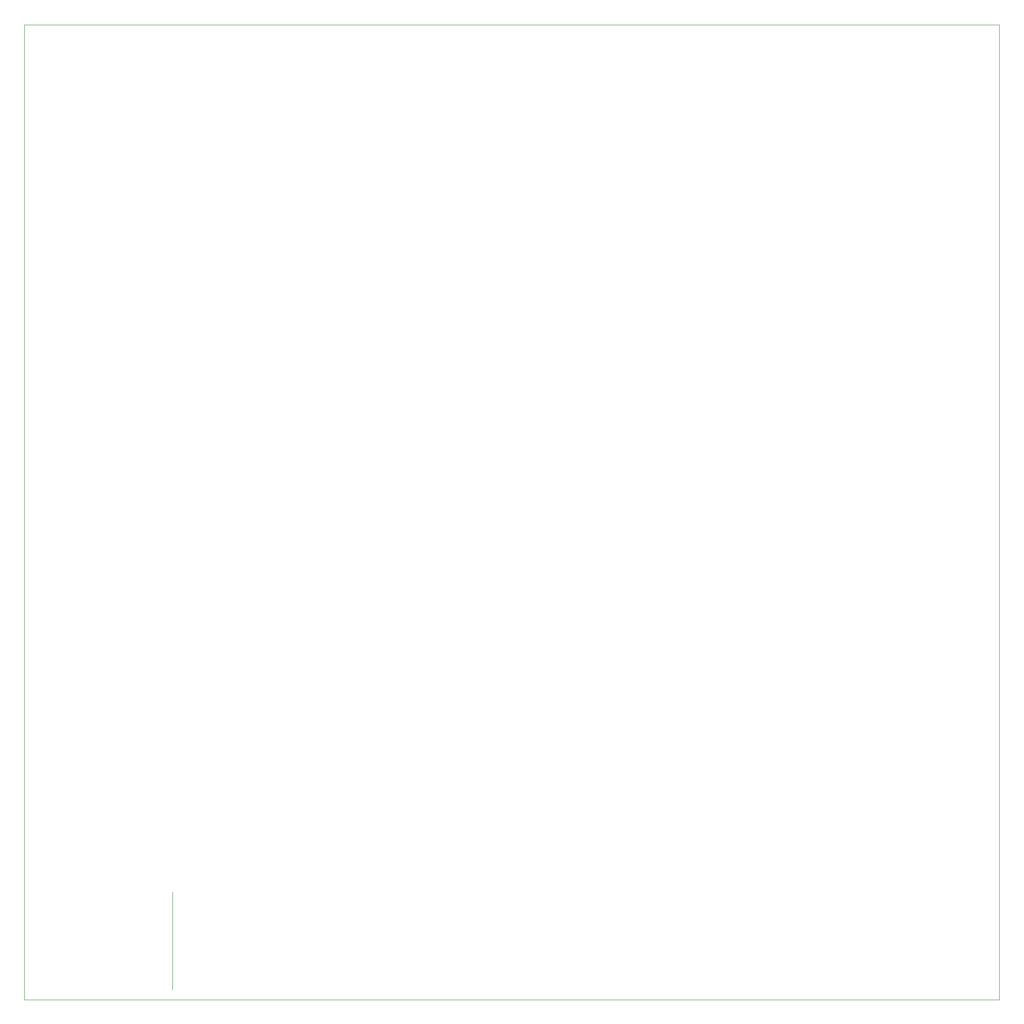
<source format=gbr>
%TF.GenerationSoftware,KiCad,Pcbnew,8.0.2*%
%TF.CreationDate,2025-02-12T15:49:00+05:00*%
%TF.ProjectId,kicad_pcb,6b696361-645f-4706-9362-2e6b69636164,rev?*%
%TF.SameCoordinates,Original*%
%TF.FileFunction,Profile,NP*%
%FSLAX46Y46*%
G04 Gerber Fmt 4.6, Leading zero omitted, Abs format (unit mm)*
G04 Created by KiCad (PCBNEW 8.0.2) date 2025-02-12 15:49:00*
%MOMM*%
%LPD*%
G01*
G04 APERTURE LIST*
%TA.AperFunction,Profile*%
%ADD10C,0.050000*%
%TD*%
%TA.AperFunction,Profile*%
%ADD11C,0.120000*%
%TD*%
G04 APERTURE END LIST*
D10*
X56896000Y-15240000D02*
X236896000Y-15240000D01*
X236896000Y-195240000D01*
X56896000Y-195240000D01*
X56896000Y-15240000D01*
D11*
%TO.C,J10*%
X84208000Y-193404000D02*
X84208000Y-175404000D01*
%TD*%
M02*

</source>
